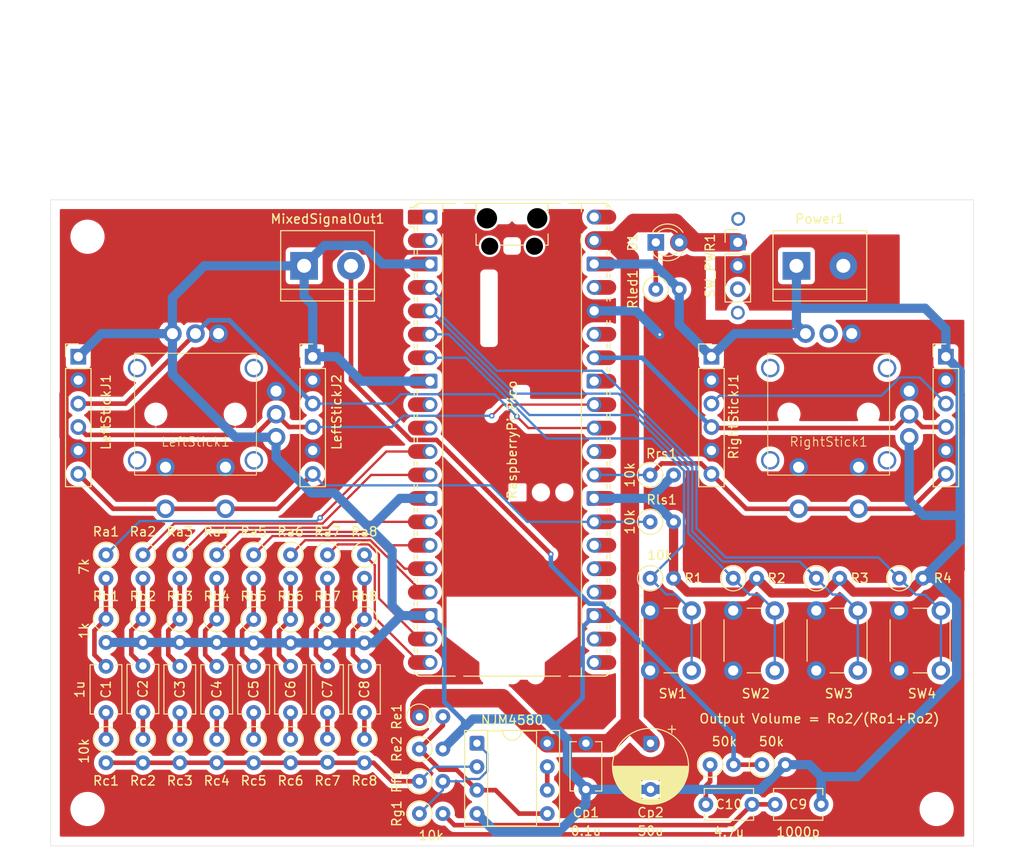
<source format=kicad_pcb>
(kicad_pcb (version 20241229) (generator "pcbnew") (generator_version "9.0")
  (layers (0 "F.Cu" signal) (2 "B.Cu" signal) (13 "F.Paste" user) (15 "B.Paste" user) (5 "F.SilkS" user "F.Silkscreen") (7 "B.SilkS" user "B.Silkscreen") (1 "F.Mask" user) (3 "B.Mask" user) (25 "Edge.Cuts" user))
  (net 0 "")
  (net 1 "LeftStickSW")
  (net 2 "3V3")
  (net 3 "LeftStickY")
  (net 4 "GND")
  (net 5 "LeftStickX")
  (net 7 "RightStickY")
  (net 8 "RightStickSW")
  (net 9 "Mixed Signal")
  (net 10 "+5V")
  (net 11 "Net-(D1-K)")
  (net 12 "Net-(C3-Pad2)")
  (net 13 "Net-(U1A--)")
  (net 14 "Net-(C4-Pad2)")
  (net 15 "Net-(C5-Pad2)")
  (net 16 "Net-(C6-Pad2)")
  (net 17 "Net-(C7-Pad2)")
  (net 18 "Net-(C8-Pad2)")
  (net 19 "Power5V")
  (net 20 "Net-(U1A-+)")
  (net 21 "Net-(Rf1-Pad2)")
  (net 22 "Net-(C2-Pad1)")
  (net 23 "Net-(C10-Pad1)")
  (net 24 "Net-(C10-Pad2)")
  (net 25 "SW1")
  (net 26 "SW2")
  (net 27 "SW3")
  (net 28 "Net-(C1-Pad1)")
  (net 29 "Signal1")
  (net 30 "Signal2")
  (net 31 "Signal3")
  (net 32 "Net-(C3-Pad1)")
  (net 33 "Signal4")
  (net 34 "Net-(C4-Pad1)")
  (net 35 "Net-(C5-Pad1)")
  (net 36 "Signal5")
  (net 37 "Net-(C6-Pad1)")
  (net 38 "Signal6")
  (net 39 "Signal7")
  (net 40 "Net-(C7-Pad1)")
  (net 41 "Signal8")
  (net 42 "Net-(C8-Pad1)")
  (net 43 "Net-(C1-Pad2)")
  (net 44 "Net-(C2-Pad2)")
  (net 45 "Net-(U1B--)")
  (net 46 "Net-(RightStickJ1-Pin_3)")
  (net 76 "SW4")
  (footprint "Resistor_THT:R_Axial_DIN0207_L6.3mm_D2.5mm_P2.54mm_Vertical" (layer "F.Cu") (at 72 108.45 -90)
    (property "Reference" "Rc5")
    (property "Value" "10k")
  )
  (footprint "MountingHole:MountingHole_3.2mm_M3" (layer "F.Cu") (at 146 54)
    (property "Reference" "REF**" (hide yes))
    (property "Value" "MountingHole_3.2mm_M3")
  )
  (footprint "MountingHole:MountingHole_3.2mm_M3" (layer "F.Cu") (at 54 54)
    (property "Reference" "REF**" (hide yes))
    (property "Value" "MountingHole_3.2mm_M3")
  )
  (footprint "Capacitor_THT:C_Disc_D5.1mm_W3.2mm_P5.00mm" (layer "F.Cu") (at 60 100.5 -90)
    (property "Reference" "C2")
    (property "Value" "1u" (hide yes))
  )
  (footprint "MountingHole:MountingHole_3.2mm_M3" (layer "F.Cu") (at 54 116)
    (property "Reference" "REF**" (hide yes))
    (property "Value" "MountingHole_3.2mm_M3")
  )
  (footprint "Resistor_THT:R_Axial_DIN0207_L6.3mm_D2.5mm_P2.54mm_Vertical" (layer "F.Cu") (at 76 88.46 -90)
    (property "Reference" "Ra6")
    (property "Value" "7k" (hide yes))
  )
  (footprint "MountingHole:MountingHole_3.2mm_M3" (layer "F.Cu") (at 146 116)
    (property "Reference" "REF**" (hide yes))
    (property "Value" "MountingHole_3.2mm_M3")
  )
  (footprint "Module:RaspberryPi_Pico_Common_Unspecified" (layer "F.Cu") (at 100 76)
    (property "Reference" "A1" (hide yes))
    (property "Value" "RaspberryPi_Pico")
  )
  (footprint "Button_Switch_THT:SW_PUSH_6mm_H7.3mm" (layer "F.Cu") (at 123.96 101 90)
    (property "Reference" "SW2")
    (property "Value" "SW_Push")
  )
  (footprint "TerminalBlock:TerminalBlock_bornier-2_P5.08mm" (layer "F.Cu") (at 130.81 57.15)
    (property "Reference" "Power1")
    (property "Value" "Conn_01x02_Pin")
  )
  (footprint "Capacitor_THT:C_Disc_D5.1mm_W3.2mm_P5.00mm" (layer "F.Cu") (at 68 100.545 -90)
    (property "Reference" "C4")
    (property "Value" "1u" (hide yes))
  )
  (footprint "Resistor_THT:R_Axial_DIN0207_L6.3mm_D2.5mm_P2.54mm_Vertical" (layer "F.Cu") (at 72 95.46 -90)
    (property "Reference" "Rb5")
    (property "Value" "1k")
  )
  (footprint "Resistor_THT:R_Axial_DIN0207_L6.3mm_D2.5mm_P2.54mm_Vertical" (layer "F.Cu") (at 114.96 91)
    (property "Reference" "R1")
    (property "Value" "10k")
  )
  (footprint "Resistor_THT:R_Axial_DIN0207_L6.3mm_D2.5mm_P2.54mm_Vertical" (layer "F.Cu") (at 68 88.46 -90)
    (property "Reference" "Ra4")
    (property "Value" "7k" (hide yes))
  )
  (footprint "Resistor_THT:R_Axial_DIN0207_L6.3mm_D2.5mm_P2.54mm_Vertical" (layer "F.Cu") (at 80 95.46 -90)
    (property "Reference" "Rb7")
    (property "Value" "1k" (hide yes))
  )
  (footprint "Resistor_THT:R_Axial_DIN0207_L6.3mm_D2.5mm_P2.54mm_Vertical" (layer "F.Cu") (at 114.96 79.81)
    (property "Reference" "Rrs1")
    (property "Value" "10k")
  )
  (footprint "Resistor_THT:R_Axial_DIN0207_L6.3mm_D2.5mm_P2.54mm_Vertical" (layer "F.Cu") (at 114.96 84.89)
    (property "Reference" "Rls1")
    (property "Value" "10k")
  )
  (footprint "Button_Switch_THT:SW_PUSH_6mm_H7.3mm" (layer "F.Cu") (at 114.96 101 90)
    (property "Reference" "SW1")
    (property "Value" "SW_Push")
  )
  (footprint "Resistor_THT:R_Axial_DIN0207_L6.3mm_D2.5mm_P2.54mm_Vertical" (layer "F.Cu") (at 132.96 91)
    (property "Reference" "R3")
    (property "Value" "10k")
  )
  (footprint "Capacitor_THT:C_Disc_D5.1mm_W3.2mm_P5.00mm" (layer "F.Cu") (at 125.995 115.5 180)
    (property "Reference" "C10")
    (property "Value" "4.7u")
  )
  (footprint "Resistor_THT:R_Axial_DIN0207_L6.3mm_D2.5mm_P2.54mm_Vertical" (layer "F.Cu") (at 60 95.415 -90)
    (property "Reference" "Rb2")
    (property "Value" "1k" (hide yes))
  )
  (footprint "Resistor_THT:R_Axial_DIN0207_L6.3mm_D2.5mm_P2.54mm_Vertical" (layer "F.Cu") (at 72 88.46 -90)
    (property "Reference" "Ra5")
    (property "Value" "7k" (hide yes))
  )
  (footprint "Capacitor_THT:C_Disc_D5.1mm_W3.2mm_P5.00mm" (layer "F.Cu") (at 84 100.545 -90)
    (property "Reference" "C8")
    (property "Value" "1u" (hide yes))
  )
  (footprint "" (layer "F.Cu") (at 124.46 62.23)
    (property "Reference" "")
    (property "Value" "")
  )
  (footprint "Connector_PinHeader_2.54mm:PinHeader_1x03_P2.54mm_Vertical" (layer "F.Cu") (at 124.46 54.61)
    (property "Reference" "SW_PWR1")
    (property "Value" "SW_SPDT")
  )
  (footprint "Connector_PinHeader_2.54mm:PinHeader_1x06_P2.54mm_Vertical" (layer "F.Cu") (at 121.6 67)
    (property "Reference" "RightStickJ1")
    (property "Value" "Conn_01x06_Pin")
  )
  (footprint "Package_DIP:DIP-8_W7.62mm_Socket" (layer "F.Cu") (at 96.19 108.88)
    (property "Reference" "U1" (hide yes))
    (property "Value" "NJM4580")
  )
  (footprint "Resistor_THT:R_Axial_DIN0207_L6.3mm_D2.5mm_P2.54mm_Vertical" (layer "F.Cu") (at 76 108.45 -90)
    (property "Reference" "Rc6")
    (property "Value" "10k" (hide yes))
  )
  (footprint "Button_Switch_THT:SW_PUSH_6mm_H7.3mm" (layer "F.Cu") (at 141.96 101 90)
    (property "Reference" "SW4")
    (property "Value" "SW_Push")
  )
  (footprint "Connector_PinHeader_2.54mm:PinHeader_1x06_P2.54mm_Vertical" (layer "F.Cu") (at 147 67)
    (property "Reference" "RightStickJ2" (hide yes))
    (property "Value" "Conn_01x06_Pin")
  )
  (footprint "Resistor_THT:R_Axial_DIN0207_L6.3mm_D2.5mm_P2.54mm_Vertical" (layer "F.Cu") (at 68 95.415 -90)
    (property "Reference" "Rb4")
    (property "Value" "1k" (hide yes))
  )
  (footprint "Resistor_THT:R_Axial_DIN0207_L6.3mm_D2.5mm_P2.54mm_Vertical" (layer "F.Cu") (at 89.96 116.5)
    (property "Reference" "Rg1")
    (property "Value" "10k")
  )
  (footprint "Resistor_THT:R_Axial_DIN0207_L6.3mm_D2.5mm_P2.54mm_Vertical" (layer "F.Cu") (at 84 95.46 -90)
    (property "Reference" "Rb8")
    (property "Value" "1k")
  )
  (footprint "Resistor_THT:R_Axial_DIN0207_L6.3mm_D2.5mm_P2.54mm_Vertical" (layer "F.Cu") (at 89.96 109.5)
    (property "Reference" "Re2")
    (property "Value" "10k")
  )
  (footprint "Resistor_THT:R_Axial_DIN0207_L6.3mm_D2.5mm_P2.54mm_Vertical" (layer "F.Cu") (at 60 88.46 -90)
    (property "Reference" "Ra2")
    (property "Value" "7k" (hide yes))
  )
  (footprint "TerminalBlock:TerminalBlock_bornier-2_P5.08mm" (layer "F.Cu") (at 77.47 57.15)
    (property "Reference" "MixedSignalOut1")
    (property "Value" "Conn_01x02_Pin")
  )
  (footprint "Resistor_THT:R_Axial_DIN0207_L6.3mm_D2.5mm_P2.54mm_Vertical" (layer "F.Cu") (at 123.96 91)
    (property "Reference" "R2")
    (property "Value" "10k" (hide yes))
  )
  (footprint "Resistor_THT:R_Axial_DIN0207_L6.3mm_D2.5mm_P2.54mm_Vertical" (layer "F.Cu") (at 64 95.415 -90)
    (property "Reference" "Rb3")
    (property "Value" "1k" (hide yes))
  )
  (footprint "Capacitor_THT:C_Disc_D5.1mm_W3.2mm_P5.00mm" (layer "F.Cu") (at 56 100.545 -90)
    (property "Reference" "C1")
    (property "Value" "1u")
  )
  (footprint "Capacitor_THT:C_Disc_D5.1mm_W3.2mm_P5.00mm" (layer "F.Cu") (at 128.495 115.5)
    (property "Reference" "C9")
    (property "Value" "1000p")
  )
  (footprint "Resistor_THT:R_Axial_DIN0207_L6.3mm_D2.5mm_P2.54mm_Vertical" (layer "F.Cu") (at 60 108.455 -90)
    (property "Reference" "Rc2")
    (property "Value" "10k")
  )
  (footprint "Capacitor_THT:CP_Radial_D8.0mm_P5.00mm" (layer "F.Cu") (at 115 108.88 -90)
    (property "Reference" "Cp2")
    (property "Value" "50u")
  )
  (footprint "Resistor_THT:R_Axial_DIN0207_L6.3mm_D2.5mm_P2.54mm_Vertical" (layer "F.Cu") (at 141.96 91)
    (property "Reference" "R4")
    (property "Value" "10k")
  )
  (footprint "Capacitor_THT:C_Disc_D5.1mm_W3.2mm_P5.00mm" (layer "F.Cu") (at 76 100.545 -90)
    (property "Reference" "C6")
    (property "Value" "1u" (hide yes))
  )
  (footprint "Capacitor_THT:C_Disc_D5.1mm_W3.2mm_P5.00mm" (layer "F.Cu") (at 108 108.88 -90)
    (property "Reference" "Cp1")
    (property "Value" "0.1u")
  )
  (footprint "Resistor_THT:R_Axial_DIN0207_L6.3mm_D2.5mm_P2.54mm_Vertical" (layer "F.Cu") (at 56 95.415 -90)
    (property "Reference" "Rb1")
    (property "Value" "1k")
  )
  (footprint "" (layer "F.Cu") (at 124.5 52.07)
    (property "Reference" "")
    (property "Value" "")
  )
  (footprint "LED_THT:LED_D3.0mm" (layer "F.Cu") (at 115.57 54.61)
    (property "Reference" "D1")
    (property "Value" "LED" (hide yes))
  )
  (footprint "Resistor_THT:R_Axial_DIN0207_L6.3mm_D2.5mm_P2.54mm_Vertical" (layer "F.Cu") (at 76 95.46 -90)
    (property "Reference" "Rb6")
    (property "Value" "1k" (hide yes))
  )
  (footprint "Capacitor_THT:C_Disc_D5.1mm_W3.2mm_P5.00mm" (layer "F.Cu") (at 72 100.545 -90)
    (property "Reference" "C5")
    (property "Value" "1u" (hide yes))
  )
  (footprint "Resistor_THT:R_Axial_DIN0207_L6.3mm_D2.5mm_P2.54mm_Vertical" (layer "F.Cu") (at 84 108.45 -90)
    (property "Reference" "Rc8")
    (property "Value" "10k")
  )
  (footprint "Resistor_THT:R_Axial_DIN0207_L6.3mm_D2.5mm_P2.54mm_Vertical" (layer "F.Cu") (at 80 108.405 -90)
    (property "Reference" "Rc7")
    (property "Value" "10k")
  )
  (footprint "Resistor_THT:R_Axial_DIN0207_L6.3mm_D2.5mm_P2.54mm_Vertical" (layer "F.Cu") (at 84 88.46 -90)
    (property "Reference" "Ra8")
    (property "Value" "7k" (hide yes))
  )
  (footprint "Resistor_THT:R_Axial_DIN0207_L6.3mm_D2.5mm_P2.54mm_Vertical" (layer "F.Cu") (at 121.46 111.2)
    (property "Reference" "Rh1" (hide yes))
    (property "Value" "50k")
  )
  (footprint "Button_Switch_THT:SW_PUSH_6mm_H7.3mm" (layer "F.Cu") (at 132.96 101 90)
    (property "Reference" "SW3")
    (property "Value" "SW_Push")
  )
  (footprint "Connector_PinHeader_2.54mm:PinHeader_1x06_P2.54mm_Vertical" (layer "F.Cu") (at 78.4 67)
    (property "Reference" "LeftStickJ2")
    (property "Value" "Conn_01x06_Pin")
  )
  (footprint "myjoystick:RKJXV122400R" (layer "F.Cu") (at 65.7 73.225)
    (property "Reference" "LeftStick1")
    (property "Value" "RKJXV122400R" (hide yes))
  )
  (footprint "Resistor_THT:R_Axial_DIN0207_L6.3mm_D2.5mm_P2.54mm_Vertical" (layer "F.Cu") (at 80 88.46 -90)
    (property "Reference" "Ra7")
    (property "Value" "7k" (hide yes))
  )
  (footprint "Resistor_THT:R_Axial_DIN0207_L6.3mm_D2.5mm_P2.54mm_Vertical" (layer "F.Cu") (at 64 88.46 -90)
    (property "Reference" "Ra3")
    (property "Value" "7k" (hide yes))
  )
  (footprint "Resistor_THT:R_Axial_DIN0207_L6.3mm_D2.5mm_P2.54mm_Vertical" (layer "F.Cu") (at 56 88.46 -90)
    (property "Reference" "Ra1")
    (property "Value" "7k")
  )
  (footprint "Resistor_THT:R_Axial_DIN0207_L6.3mm_D2.5mm_P2.54mm_Vertical" (layer "F.Cu") (at 89.96 106)
    (property "Reference" "Re1")
    (property "Value" "10k")
  )
  (footprint "Capacitor_THT:C_Disc_D5.1mm_W3.2mm_P5.00mm" (layer "F.Cu") (at 80 100.545 -90)
    (property "Reference" "C7")
    (property "Value" "1u" (hide yes))
  )
  (footprint "Resistor_THT:R_Axial_DIN0207_L6.3mm_D2.5mm_P2.54mm_Vertical" (layer "F.Cu") (at 127.06 111.2)
    (property "Reference" "Rh2" (hide yes))
    (property "Value" "50k")
  )
  (footprint "Resistor_THT:R_Axial_DIN0207_L6.3mm_D2.5mm_P2.54mm_Vertical" (layer "F.Cu") (at 89.96 113)
    (property "Reference" "Rf1")
    (property "Value" "10k")
  )
  (footprint "Connector_PinHeader_2.54mm:PinHeader_1x06_P2.54mm_Vertical" (layer "F.Cu") (at 53 67)
    (property "Reference" "LeftStickJ1")
    (property "Value" "Conn_01x06_Pin")
  )
  (footprint "Resistor_THT:R_Axial_DIN0207_L6.3mm_D2.5mm_P2.54mm_Vertical" (layer "F.Cu") (at 115.57 59.69)
    (property "Reference" "Rled1")
    (property "Value" "1k")
  )
  (footprint "Resistor_THT:R_Axial_DIN0207_L6.3mm_D2.5mm_P2.54mm_Vertical" (layer "F.Cu") (at 56 108.45 -90)
    (property "Reference" "Rc1")
    (property "Value" "10k")
  )
  (footprint "myjoystick:RKJXV122400R" (layer "F.Cu") (at 134.3 73.225)
    (property "Reference" "RightStick1")
    (property "Value" "RKJXV122400R" (hide yes))
  )
  (footprint "Resistor_THT:R_Axial_DIN0207_L6.3mm_D2.5mm_P2.54mm_Vertical" (layer "F.Cu") (at 68 108.45 -90)
    (property "Reference" "Rc4")
    (property "Value" "10k")
  )
  (footprint "Capacitor_THT:C_Disc_D5.1mm_W3.2mm_P5.00mm" (layer "F.Cu") (at 64 100.545 -90)
    (property "Reference" "C3")
    (property "Value" "1u" (hide yes))
  )
  (footprint "Resistor_THT:R_Axial_DIN0207_L6.3mm_D2.5mm_P2.54mm_Vertical" (layer "F.Cu") (at 64 108.45 -90)
    (property "Reference" "Rc3")
    (property "Value" "10k" (hide yes))
  )
  (gr_rect (start 50 50) (end 150 120) (stroke (width 0.05)) (fill no) (layer "Edge.Cuts"))
  (gr_text "Output Volume = Ro2/(Ro1+Ro2)" (at 120.2 106.8 0) (layer "F.SilkS") (effects (font (size 1 1)) (justify left bottom)))
  (segment (start 68.95 83.475) (end 74.625 83.475) (width 0.5) (layer "F.Cu") (net 1))
  (segment (start 74.625 83.475) (end 78.4 79.7) (width 0.5) (layer "F.Cu") (net 1))
  (segment (start 56.775 83.475) (end 62.45 83.475) (width 0.5) (layer "F.Cu") (net 1))
  (segment (start 53 79.7) (end 56.775 83.475) (width 0.5) (layer "F.Cu") (net 1))
  (segment (start 62.45 83.475) (end 68.95 83.475) (width 0.5) (layer "F.Cu") (net 1))
  (segment (start 79.636 80.936) (end 78.4 79.7) (width 0.25) (layer "B.Cu") (net 1))
  (segment (start 97.686 80.936) (end 79.636 80.936) (width 0.25) (layer "B.Cu") (net 1))
  (segment (start 108.89 84.89) (end 114.96 84.89) (width 0.25) (layer "B.Cu") (net 1))
  (segment (start 101.64 84.89) (end 97.686 80.936) (width 0.25) (layer "B.Cu") (net 1))
  (segment (start 108.89 84.89) (end 101.64 84.89) (width 0.25) (layer "B.Cu") (net 1))
  (segment (start 79.87 57.070868) (end 81.741869 55.199) (width 0.5) (layer "F.Cu") (net 2))
  (segment (start 132.96 94.5) (end 132.96 101) (width 1) (layer "F.Cu") (net 2))
  (segment (start 77.215 70.725) (end 78.4 69.54) (width 1) (layer "F.Cu") (net 2))
  (segment (start 79.951 75.609) (end 78.4 77.16) (width 1) (layer "F.Cu") (net 2))
  (segment (start 147 77.16) (end 144.234 79.926) (width 1) (layer "F.Cu") (net 2))
  (segment (start 53 69.54) (end 51.449 71.091) (width 1) (layer "F.Cu") (net 2))
  (segment (start 68.2 64.495) (end 66.499 62.794) (width 1) (layer "F.Cu") (net 2))
  (segment (start 116 105) (end 114.96 103.96) (width 1) (layer "F.Cu") (net 2))
  (segment (start 95.494 55.694) (end 96.4 56.6) (width 0.5) (layer "F.Cu") (net 2))
  (segment (start 83.358131 55.199) (end 83.853131 55.694) (width 0.5) (layer "F.Cu") (net 2))
  (segment (start 78.4 69.54) (end 79.951 71.091) (width 1) (layer "F.Cu") (net 2))
  (segment (start 53.562 69.54) (end 53 69.54) (width 1) (layer "F.Cu") (net 2))
  (segment (start 141.96 101) (end 141.96 104.04) (width 1) (layer "F.Cu") (net 2))
  (segment (start 114.96 94.5) (end 114.96 101) (width 1) (layer "F.Cu") (net 2))
  (segment (start 140.752919 64.495) (end 136.8 64.495) (width 1) (layer "F.Cu") (net 2))
  (segment (start 147 69.54) (end 148.551 71.091) (width 1) (layer "F.Cu") (net 2))
  (segment (start 123.96 94.5) (end 123.96 101) (width 1) (layer "F.Cu") (net 2))
  (segment (start 53 77.16) (end 55.766 79.926) (width 1) (layer "F.Cu") (net 2))
  (segment (start 141.96 94.5) (end 144.054422 94.5) (width 1) (layer "F.Cu") (net 2))
  (segment (start 138.501 79.926) (end 137.55 78.975) (width 1) (layer "F.Cu") (net 2))
  (segment (start 133 105) (end 124 105) (width 1) (layer "F.Cu") (net 2))
  (segment (start 144.234 79.926) (end 138.501 79.926) (width 1) (layer "F.Cu") (net 2))
  (segment (start 141.96 94.5) (end 141.96 101) (width 1) (layer "F.Cu") (net 2))
  (segment (start 51.449 71.091) (end 51.449 75.609) (width 1) (layer "F.Cu") (net 2))
  (segment (start 148.551 75.609) (end 147 77.16) (width 1) (layer "F.Cu") (net 2))
  (segment (start 61.499 79.926) (end 62.45 78.975) (width 1) (layer "F.Cu") (net 2))
  (segment (start 60.308 62.794) (end 53.562 69.54) (width 1) (layer "F.Cu") (net 2))
  (segment (start 124.366 79.926) (end 130.099 79.926) (width 1) (layer "F.Cu") (net 2))
  (segment (start 121.6 69.54) (end 120.049 71.091) (width 1) (layer "F.Cu") (net 2))
  (segment (start 74.43 70.725) (end 77.215 70.725) (width 1) (layer "F.Cu") (net 2))
  (segment (start 68.95 78.975) (end 69.95 79.975) (width 1) (layer "F.Cu") (net 2))
  (segment (start 147 69.54) (end 145.797919 69.54) (width 1) (layer "F.Cu") (net 2))
  (segment (start 81.741869 55.199) (end 83.358131 55.199) (width 0.5) (layer "F.Cu") (net 2))
  (segment (start 123.96 104.96) (end 124 105) (width 1) (layer "F.Cu") (net 2))
  (segment (start 79.87 68.07) (end 79.87 57.070868) (width 0.5) (layer "F.Cu") (net 2))
  (segment (start 55.766 79.926) (end 61.499 79.926) (width 1) (layer "F.Cu") (net 2))
  (segment (start 148.551 90.003422) (end 148.551 73.2) (width 1) (layer "F.Cu") (net 2))
  (segment (start 120.049 71.091) (end 120.049 75.609) (width 1) (layer "F.Cu") (net 2))
  (segment (start 116 64.6) (end 120.94 69.54) (width 1) (layer "F.Cu") (net 2))
  (segment (start 114.96 103.96) (end 114.96 101) (width 1) (layer "F.Cu") (net 2))
  (segment (start 143.03 70.725) (end 144.215 69.54) (width 1) (layer "F.Cu") (net 2))
  (segment (start 51.449 75.609) (end 53 77.16) (width 1) (layer "F.Cu") (net 2))
  (segment (start 132.96 101) (end 132.96 104.96) (width 1) (layer "F.Cu") (net 2))
  (segment (start 132.96 104.96) (end 133 105) (width 1) (layer "F.Cu") (net 2))
  (segment (start 148.551 73.2) (end 148.551 75.609) (width 1) (layer "F.Cu") (net 2))
  (segment (start 75.585 79.975) (end 78.4 77.16) (width 1) (layer "F.Cu") (net 2))
  (segment (start 123.96 101) (end 123.96 104.96) (width 1) (layer "F.Cu") (net 2))
  (segment (start 148.551 71.091) (end 148.551 73.2) (width 1) (layer "F.Cu") (net 2))
  (segment (start 66.499 62.794) (end 60.308 62.794) (width 1) (layer "F.Cu") (net 2))
  (segment (start 144.054422 94.5) (end 148.551 90.003422) (width 1) (layer "F.Cu") (net 2))
  (segment (start 124 105) (end 116 105) (width 1) (layer "F.Cu") (net 2))
  (segment (start 96.4 56.6) (end 101.57 56.6) (width 0.5) (layer "F.Cu") (net 2))
  (segment (start 131.05 78.975) (end 137.55 78.975) (width 1) (layer "F.Cu") (net 2))
  (segment (start 130.099 79.926) (end 131.05 78.975) (width 1) (layer "F.Cu") (net 2))
  (segment (start 144.215 69.54) (end 145.797919 69.54) (width 1) (layer "F.Cu") (net 2))
  (segment (start 145.797919 69.54) (end 140.752919 64.495) (width 1) (layer "F.Cu") (net 2))
  (segment (start 141.96 104.04) (end 141 105) (width 1) (layer "F.Cu") (net 2))
  (segment (start 107 62.03) (end 108.89 62.03) (width 0.5) (layer "F.Cu") (net 2))
  (segment (start 62.45 78.975) (end 68.95 78.975) (width 1) (layer "F.Cu") (net 2))
  (segment (start 120.94 69.54) (end 121.6 69.54) (width 1) (layer "F.Cu") (net 2))
  (segment (start 121.6 77.16) (end 124.366 79.926) (width 1) (layer "F.Cu") (net 2))
  (segment (start 78.4 69.54) (end 79.87 68.07) (width 0.5) (layer "F.Cu") (net 2))
  (segment (start 141 105) (end 133 105) (width 1) (layer "F.Cu") (net 2))
  (segment (start 101.57 56.6) (end 107 62.03) (width 0.5) (layer "F.Cu") (net 2))
  (segment (start 83.853131 55.694) (end 95.494 55.694) (width 0.5) (layer "F.Cu") (net 2))
  (segment (start 79.951 71.091) (end 79.951 75.609) (width 1) (layer "F.Cu") (net 2))
  (segment (start 69.95 79.975) (end 75.585 79.975) (width 1) (layer "F.Cu") (net 2))
  (segment (start 120.049 75.609) (end 121.6 77.16) (width 1) (layer "F.Cu") (net 2))
  (via (at 116 64.6) (size 0.6) (drill 0.3) (layers "F.Cu" "B.Cu") (net 2))
  (segment (start 112.887919 62.03) (end 113.43 62.03) (width 1) (layer "B.Cu") (net 2))
  (segment (start 112.887919 62.03) (end 108.89 62.03) (width 1) (layer "B.Cu") (net 2))
  (segment (start 113.43 62.03) (end 116 64.6) (width 1) (layer "B.Cu") (net 2))
  (segment (start 72.185 75.47) (end 74.43 73.225) (width 0.5) (layer "F.Cu") (net 3))
  (segment (start 99.01 72.19) (end 108.89 72.19) (width 0.25) (layer "F.Cu") (net 3))
  (segment (start 53 74.62) (end 53.85 75.47) (width 0.5) (layer "F.Cu") (net 3))
  (segment (start 97.8 73.4) (end 99.01 72.19) (width 0.25) (layer "F.Cu") (net 3))
  (segment (start 75.825 74.62) (end 74.43 73.225) (width 0.5) (layer "F.Cu") (net 3))
  (segment (start 53.85 75.47) (end 72.185 75.47) (width 0.5) (layer "F.Cu") (net 3))
  (segment (start 78.4 74.62) (end 75.825 74.62) (width 0.5) (layer "F.Cu") (net 3))
  (via (at 97.8 73.4) (size 0.6) (drill 0.3) (layers "F.Cu" "B.Cu") (net 3))
  (segment (start 86.98 74.62) (end 88.2 73.4) (width 0.25) (layer "B.Cu") (net 3))
  (segment (start 88.2 73.4) (end 97.8 73.4) (width 0.25) (layer "B.Cu") (net 3))
  (segment (start 78.4 74.62) (end 86.98 74.62) (width 0.25) (layer "B.Cu") (net 3))
  (segment (start 135.5 91) (end 137.001 92.501) (width 1) (layer "F.Cu") (net 4))
  (segment (start 117.5 84.89) (end 117.5 91) (width 1) (layer "F.Cu") (net 4))
  (segment (start 124.999 92.501) (end 126.5 91) (width 1) (layer "F.Cu") (net 4))
  (segment (start 133.9 92.6) (end 135.5 91) (width 1) (layer "F.Cu") (net 4))
  (segment (start 119.001 92.501) (end 124.999 92.501) (width 1) (layer "F.Cu") (net 4))
  (segment (start 126.5 91) (end 128.1 92.6) (width 1) (layer "F.Cu") (net 4))
  (segment (start 137.001 92.501) (end 142.999 92.501) (width 1) (layer "F.Cu") (net 4))
  (segment (start 128.1 92.6) (end 133.9 92.6) (width 1) (layer "F.Cu") (net 4))
  (segment (start 142.999 92.501) (end 144.5 91) (width 1) (layer "F.Cu") (net 4))
  (segment (start 117.5 91) (end 119.001 92.501) (width 1) (layer "F.Cu") (net 4))
  (segment (start 94.7 106.430818) (end 94.7 107.3) (width 0.5) (layer "B.Cu") (net 4))
  (segment (start 78.4 67) (end 81 67) (width 1) (layer "B.Cu") (net 4))
  (segment (start 63.2 60.6) (end 63.2 64.495) (width 1) (layer "B.Cu") (net 4))
  (segment (start 115.37 56.95) (end 108.89 56.95) (width 1) (layer "B.Cu") (net 4))
  (segment (start 91.11 95.05) (end 87.95 95.05) (width 1) (layer "B.Cu") (net 4))
  (segment (start 64 97.955) (end 68 97.955) (width 1) (layer "B.Cu") (net 4))
  (segment (start 114.96 82.35) (end 108.89 82.35) (width 1) (layer "B.Cu") (net 4))
  (segment (start 148.551 68.551) (end 148.551 84.2) (width 1) (layer "B.Cu") (net 4))
  (segment (start 147 64) (end 147 67) (width 1) (layer "B.Cu") (net 4))
  (segment (start 144.6 84.2) (end 148.551 84.2) (width 1) (layer "B.Cu") (net 4))
  (segment (start 78.268554 81.762) (end 74.43 77.923446) (width 1) (layer "B.Cu") (net 4))
  (segment (start 77.47 57.15) (end 66.65 57.15) (width 1) (layer "B.Cu") (net 4))
  (segment (start 77.47 57.15) (end 79.671 54.949) (width 1) (layer "B.Cu") (net 4))
  (segment (start 84.8 85.4) (end 84.8 85.8) (width 1) (layer "B.Cu") (net 4))
  (segment (start 72 98) (end 76 98) (width 1) (layer "B.Cu") (net 4))
  (segment (start 133.495 112.495) (end 133.495 115.5) (width 1) (layer "B.Cu") (net 4))
  (segment (start 95.75 106.25) (end 94.7 107.3) (width 1) (layer "B.Cu") (net 4))
  (segment (start 129.6 111.2) (end 132.2 111.2) (width 1) (layer "B.Cu") (net 4))
  (segment (start 130.81 61.75) (end 130.81 63.505) (width 1) (layer "B.Cu") (net 4))
  (segment (start 148.161 101.704578) (end 137.370578 112.495) (width 1) (layer "B.Cu") (net 4))
  (segment (start 81 67) (end 83.65 69.65) (width 1) (layer "B.Cu") (net 4))
  (segment (start 92.649 104.379818) (end 94.7 106.430818) (width 0.5) (layer "B.Cu") (net 4))
  (segment (start 94.7 107.3) (end 92.5 109.5) (width 1) (layer "B.Cu") (net 4))
  (segment (start 84 98) (end 85 98) (width 1) (layer "B.Cu") (net 4))
  (segment (start 107.639 103.961) (end 104.55 107.05) (width 0.5) (layer "B.Cu") (net 4))
  (segment (start 53 67) (end 55.505 64.495) (width 1) (layer "B.Cu") (net 4))
  (segment (start 130.81 63.505) (end 131.8 64.495) (width 1) (layer "B.Cu") (net 4))
  (segment (start 107.639 96.301) (end 107.639 103.961) (width 0.5) (layer "B.Cu") (net 4))
  (segment (start 145.63137 91) (end 148.161 93.52963) (width 1) (layer "B.Cu") (net 4))
  (segment (start 87 88) (end 84.8 85.8) (width 1) (layer "B.Cu") (net 4))
  (segment (start 132.2 111.2) (end 133.495 112.495) (width 1) (layer "B.Cu") (net 4))
  (segment (start 108 113.75) (end 106 111.75) (width 1) (layer "B.Cu") (net 4))
  (segment (start 144.75 61.75) (end 147 64) (width 1) (layer "B.Cu") (net 4))
  (segment (start 74.43 77.923446) (end 74.43 75.725) (width 1) (layer "B.Cu") (net 4))
  (segment (start 148.551 84.2) (end 148.551 86.949) (width 1) (layer "B.Cu") (net 4))
  (segment (start 60 97.955) (end 64 97.955) (width 1) (layer "B.Cu") (net 4))
  (segment (start 104.55 107.05) (end 103.75 106.25) (width 1) (layer "B.Cu") (net 4))
  (segment (start 78.4 61.4) (end 78.4 67) (width 1) (layer "B.Cu") (net 4))
  (segment (start 83.949 54.949) (end 85.95 56.95) (width 1) (layer "B.Cu") (net 4))
  (segment (start 105.375 107.875) (end 104.55 107.05) (width 1) (layer "B.Cu") (net 4))
  (segment (start 103.75 106.25) (end 95.75 106.25) (width 1) (layer "B.Cu") (net 4))
  (segment (start 143.03 75.725) (end 143.03 82.63) (width 1) (layer "B.Cu") (net 4))
  (segment (start 91.11 95.05) (end 92.649 96.589) (width 0.5) (layer "B.Cu") (net 4))
  (segment (start 80.762 81.762) (end 78.268554 81.762) (width 1) (layer "B.Cu") (net 4))
  (segment (start 70.023712 75.725) (end 74.43 75.725) (width 1) (layer "B.Cu") (net 4))
  (segment (start 121.6 67) (end 124.105 64.495) (width 1) (layer "B.Cu") (net 4))
  (segment (start 87.95 95.05) (end 85 98) (width 1) (layer "B.Cu") (net 4))
  (segment (start 77.47 57.15) (end 77.47 60.47) (width 1) (layer "B.Cu") (net 4))
  (segment (start 68 97.955) (end 71.955 97.955) (width 1) (layer "B.Cu") (net 4))
  (segment (start 118.11 59.69) (end 115.37 56.95) (width 1) (layer "B.Cu") (net 4))
  (segment (start 137.370578 112.495) (end 133.495 112.495) (width 1) (layer "B.Cu") (net 4))
  (segment (start 87.95 95.05) (end 87.95 94.95) (width 1) (layer "B.Cu") (net 4))
  (segment (start 108 113.88) (end 115 113.88) (width 1) (layer "B.Cu") (net 4))
  (segment (start 84.8 85.8) (end 80.762 81.762) (width 1) (layer "B.Cu") (net 4))
  (segment (start 115 113.88) (end 126.92 113.88) (width 1) (layer "B.Cu") (net 4))
  (segment (start 108 115.5) (end 108 113.88) (width 1) (layer "B.Cu") (net 4))
  (segment (start 56 97.955) (end 60 97.955) (width 1) (layer "B.Cu") (net 4))
  (segment (start 147 67) (end 148.551 68.551) (width 1) (layer "B.Cu") (net 4))
  (segment (start 105 118.5) (end 108 115.5) (width 1) (layer "B.Cu") (net 4))
  (segment (start 87.95 94.95) (end 87 94) (width 1) (layer "B.Cu") (net 4))
  (segment (start 98.19 118.5) (end 105 118.5) (width 1) (layer "B.Cu") (net 4))
  (segment (start 85.95 56.95) (end 91.11 56.95) (width 1) (layer "B.Cu") (net 4))
  (segment (start 118.11 63.51) (end 121.6 67) (width 1) (layer "B.Cu") (net 4))
  (segment (start 117.5 84.89) (end 114.96 82.35) (width 1) (layer "B.Cu") (net 4))
  (segment (start 63.2 64.495) (end 63.2 68.901288) (width 1) (layer "B.Cu") (net 4))
  (segment (start 143.03 82.63) (end 144.6 84.2) (width 1) (layer "B.Cu") (net 4))
  (segment (start 92.649 96.589) (end 92.649 104.379818) (width 0.5) (layer "B.Cu") (net 4))
  (segment (start 87 94) (end 87 88) (width 1) (layer "B.Cu") (net 4))
  (segment (start 63.2 68.901288) (end 70.023712 75.725) (width 1) (layer "B.Cu") (net 4))
  (segment (start 126.92 113.88) (end 129.6 111.2) (width 1) (layer "B.Cu") (net 4))
  (segment (start 96.19 116.5) (end 98.19 118.5) (width 1) (layer "B.Cu") (net 4))
  (segment (start 118.11 59.69) (end 118.11 63.51) (width 1) (layer "B.Cu") (net 4))
  (segment (start 148.161 93.52963) (end 148.161 101.704578) (width 1) (layer "B.Cu") (net 4))
  (segment (start 55.505 64.495) (end 63.2 64.495) (width 1) (layer "B.Cu") (net 4))
  (segment (start 108.89 95.05) (end 107.639 96.301) (width 0.5) (layer "B.Cu") (net 4))
  (segment (start 148.551 86.949) (end 144.5 91) (width 1) (layer "B.Cu") (net 4))
  (segment (start 83.65 69.65) (end 91.11 69.65) (width 1) (layer "B.Cu") (net 4))
  (segment (start 66.65 57.15) (end 63.2 60.6) (width 1) (layer "B.Cu") (net 4))
  (segment (start 71.955 97.955) (end 72 98) (width 1) (layer "B.Cu") (net 4))
  (segment (start 76 98) (end 80 98) (width 1) (layer "B.Cu") (net 4))
  (segment (start 80 98) (end 84 98) (width 1) (layer "B.Cu") (net 4))
  (segment (start 124.105 64.495) (end 131.8 64.495) (width 1) (layer "B.Cu") (net 4))
  (segment (start 114.96 82.35) (end 117.5 79.81) (width 1) (layer "B.Cu") (net 4))
  (segment (start 108 113.88) (end 108 113.75) (width 1) (layer "B.Cu") (net 4))
  (segment (start 106 108.5) (end 105.375 107.875) (width 1) (layer "B.Cu") (net 4))
  (segment (start 130.81 57.15) (end 130.81 61.75) (width 1) (layer "B.Cu") (net 4))
  (segment (start 91.11 82.35) (end 87.85 82.35) (width 1) (layer "B.Cu") (net 4))
  (segment (start 79.671 54.949) (end 83.949 54.949) (width 1) (layer "B.Cu") (net 4))
  (segment (start 130.81 61.75) (end 144.75 61.75) (width 1) (layer "B.Cu") (net 4))
  (segment (start 144.5 91) (end 145.63137 91) (width 1) (layer "B.Cu") (net 4))
  (segment (start 87.85 82.35) (end 84.8 85.4) (width 1) (layer "B.Cu") (net 4))
  (segment (start 77.47 60.47) (end 78.4 61.4) (width 1) (layer "B.Cu") (net 4))
  (segment (start 106 111.75) (end 106 108.5) (width 1) (layer "B.Cu") (net 4))
  (segment (start 101.770496 74.73) (end 108.89 74.73) (width 0.25) (layer "F.Cu") (net 5))
  (segment (start 100.520248 73.479752) (end 101.770496 74.73) (width 0.25) (layer "F.Cu") (net 5))
  (segment (start 53 72.08) (end 58.115 72.08) (width 0.5) (layer "F.Cu") (net 5))
  (segment (start 58.115 72.08) (end 65.7 64.495) (width 0.5) (layer "F.Cu") (net 5))
  (via (at 100.520248 73.479752) (size 0.6) (drill 0.3) (layers "F.Cu" "B.Cu") (net 5))
  (segment (start 67.026 63.169) (end 65.7 64.495) (width 0.25) (layer "B.Cu") (net 5))
  (segment (start 69.364 63.044) (end 78.4 72.08) (width 0.5) (layer "B.Cu") (net 5))
  (segment (start 87.936 71.064) (end 98.104496 71.064) (width 0.25) (layer "B.Cu") (net 5))
  (segment (start 78.4 72.08) (end 86.92 72.08) (width 0.25) (layer "B.Cu") (net 5))
  (segment (start 65.7 64.495) (end 67.151 63.044) (width 0.5) (layer "B.Cu") (net 5))
  (segment (start 86.92 72.08) (end 87.936 71.064) (width 0.25) (layer "B.Cu") (net 5))
  (segment (start 98.104496 71.064) (end 100.520248 73.479752) (width 0.25) (layer "B.Cu") (net 5))
  (segment (start 67.151 63.044) (end 69.364 63.044) (width 0.5) (layer "B.Cu") (net 5))
  (segment (start 121.706 74.726) (end 141.529 74.726) (width 0.5) (layer "F.Cu") (net 7))
  (segment (start 144.425 74.62) (end 143.03 73.225) (width 0.5) (layer "F.Cu") (net 7))
  (segment (start 121.6 74.62) (end 121.706 74.726) (width 0.5) (layer "F.Cu") (net 7))
  (segment (start 141.529 74.726) (end 143.03 73.225) (width 0.5) (layer "F.Cu") (net 7))
  (segment (start 147 74.62) (end 144.425 74.62) (width 0.5) (layer "F.Cu") (net 7))
  (segment (start 108.89 67.11) (end 114.09 67.11) (width 0.5) (layer "B.Cu") (net 7))
  (segment (start 114.09 67.11) (end 121.6 74.62) (width 0.5) (layer "B.Cu") (net 7))
  (segment (start 120.459 78.559) (end 121.6 79.7) (width 0.5) (layer "F.Cu") (net 8))
  (segment (start 131.05 83.475) (end 125.375 83.475) (width 0.5) (layer "F.Cu") (net 8))
  (segment (start 131.05 83.475) (end 137.55 83.475) (width 0.5) (layer "F.Cu") (net 8))
  (segment (start 116.211 78.559) (end 120.459 78.559) (width 0.5) (layer "F.Cu") (net 8))
  (segment (start 114.96 79.81) (end 116.211 78.559) (width 0.5) (layer "F.Cu") (net 8))
  (segment (start 125.375 83.475) (end 121.6 79.7) (width 0.5) (layer "F.Cu") (net 8))
  (segment (start 143.225 83.475) (end 147 79.7) (width 0.5) (layer "F.Cu") (net 8))
  (segment (start 137.55 83.475) (end 143.225 83.475) (width 0.5) (layer "F.Cu") (net 8))
  (segment (start 108.89 79.81) (end 114.96 79.81) (width 0.25) (layer "B.Cu") (net 8))
  (segment (start 89.029818 76.019) (end 91.819 76.019) (width 0.5) (layer "F.Cu") (net 9))
  (segment (start 82.55 69.539182) (end 89.029818 76.019) (width 0.5) (layer "F.Cu") (net 9))
  (segment (start 91.819 76.019) (end 104.2 88.4) (width 0.5) (layer "F.Cu") (net 9))
  (segment (start 82.55 57.15) (end 82.55 69.539182) (width 0.5) (layer "F.Cu") (net 9))
  (segment (start 124 111.2) (end 127.06 111.2) (width 0.5) (layer "F.Cu") (net 9))
  (via (at 104.2 88.4) (size 0.6) (drill 0.3) (layers "F.Cu" "B.Cu") (net 9))
  (segment (start 108.371818 93.761) (end 109.773024 93.761) (width 0.5) (layer "B.Cu") (net 9))
  (segment (start 124 107.987976) (end 124 111.2) (width 0.5) (layer "B.Cu") (net 9))
  (segment (start 104.2 88.4) (end 104.2 89.589182) (width 0.5) (layer "B.Cu") (net 9))
  (segment (start 109.773024 93.761) (end 124 107.987976) (width 0.5) (layer "B.Cu") (net 9))
  (segment (start 104.2 89.589182) (end 108.371818 93.761) (width 0.5) (layer "B.Cu") (net 9))
  (segment (start 125.5 57.15) (end 124.46 57.15) (width 1) (layer "F.Cu") (net 10))
  (segment (start 135.89 57.15) (end 133.24 54.5) (width 1) (layer "F.Cu") (net 10))
  (segment (start 128.15 54.5) (end 125.5 57.15) (width 1) (layer "F.Cu") (net 10))
  (segment (start 133.24 54.5) (end 128.15 54.5) (width 1) (layer "F.Cu") (net 10))
  (segment (start 115.57 54.61) (end 115.57 59.69) (width 0.5) (layer "F.Cu") (net 11))
  (segment (start 64 105.545) (end 64 108.45) (width 0.5) (layer "F.Cu") (net 12))
  (segment (start 60 110.995) (end 63.995 110.995) (width 0.5) (layer "F.Cu") (net 13))
  (segment (start 84 110.99) (end 84.99 110.99) (width 0.5) (layer "F.Cu") (net 13))
  (segment (start 59.995 110.99) (end 60 110.995) (width 0.5) (layer "F.Cu") (net 13))
  (segment (start 80 110.945) (end 83.955 110.945) (width 0.25) (layer "F.Cu") (net 13))
  (segment (start 84.99 110.99) (end 87 113) (width 0.5) (layer "F.Cu") (net 13))
  (segment (start 63.995 110.995) (end 64 110.99) (width 0.5) (layer "F.Cu") (net 13))
  (segment (start 79.955 110.99) (end 80 110.945) (width 0.25) (layer "F.Cu") (net 13))
  (segment (start 72 110.99) (end 76 110.99) (width 0.25) (layer "F.Cu") (net 13))
  (segment (start 56 110.99) (end 59.995 110.99) (width 0.5) (layer "F.Cu") (net 13))
  (segment (start 76 110.99) (end 79.955 110.99) (width 0.25) (layer "F.Cu") (net 13))
  (segment (start 83.955 110.945) (end 84 110.99) (width 0.25) (layer "F.Cu") (net 13))
  (segment (start 64 110.99) (end 84 110.99) (width 0.5) (layer "F.Cu") (net 13))
  (segment (start 64 110.99) (end 68 110.99) (width 0.25) (layer "F.Cu") (net 13))
  (segment (start 68 110.99) (end 72 110.99) (width 0.25) (layer "F.Cu") (net 13))
  (segment (start 87 113) (end 89.96 113) (width 0.5) (layer "F.Cu") (net 13))
  (segment (start 91.54 111.42) (end 96.19 111.42) (width 0.25) (layer "B.Cu") (net 13))
  (segment (start 89.96 113) (end 91.54 111.42) (width 0.25) (layer "B.Cu") (net 13))
  (segment (start 68 105.545) (end 68 108.45) (width 0.5) (layer "F.Cu") (net 14))
  (segment (start 72 105.545) (end 72 108.45) (width 0.5) (layer "F.Cu") (net 15))
  (segment (start 76 105.545) (end 76 108.45) (width 0.5) (layer "F.Cu") (net 16))
  (segment (start 80 105.545) (end 80 108.405) (width 0.5) (layer "F.Cu") (net 17))
  (segment (start 84 105.545) (end 84 108.45) (width 0.5) (layer "F.Cu") (net 18))
  (segment (start 112.759 56.382086) (end 112.759 106.639) (width 2) (layer "F.Cu") (net 19))
  (segment (start 110.786914 54.41) (end 112.759 56.382086) (width 2) (layer "F.Cu") (net 19))
  (segment (start 89.96 106) (end 89.96 104.86863) (width 2) (layer "F.Cu") (net 19))
  (segment (start 124.46 54.61) (end 119.772 54.61) (width 2) (layer "F.Cu") (net 19))
  (segment (start 114 52.75) (end 116.912 52.75) (width 1) (layer "F.Cu") (net 19))
  (segment (start 111.29 54.41) (end 108.89 54.41) (width 2) (layer "F.Cu") (net 19))
  (segment (start 108.89 54.41) (end 110.786914 54.41) (width 2) (layer "F.Cu") (net 19))
  (segment (start 108.89 54.41) (end 110.43336 54.41) (width 1.5) (layer "F.Cu") (net 19))
  (segment (start 110.518 108.88) (end 112.759 106.639) (width 2) (layer "F.Cu") (net 19))
  (segment (start 98.929 103.999) (end 91.671158 103.999) (width 2) (layer "F.Cu") (net 19))
  (segment (start 89.96 105.710158) (end 89.96 106) (width 2) (layer "F.Cu") (net 19))
  (segment (start 113.191 52.509) (end 111.29 54.41) (width 2) (layer "F.Cu") (net 19))
  (segment (start 89.96 104.86863) (end 90.82963 103.999) (width 2) (layer "F.Cu") (net 19))
  (segment (start 112.75 56.72664) (end 112.75 105.5) (width 1.5) (layer "F.Cu") (net 19))
  (segment (start 112.759 106.639) (end 115 108.88) (width 2) (layer "F.Cu") (net 19))
  (segment (start 90.82963 103.999) (end 98.929 103.999) (width 2) (layer "F.Cu") (net 19))
  (segment (start 103.81 108.88) (end 108 108.88) (width 2) (layer "F.Cu") (net 19))
  (segment (start 118.801 53.919) (end 119.081 53.919) (width 2) (layer "F.Cu") (net 19))
  (segment (start 118.11 54.61) (end 118.801 53.919) (width 2) (layer "F.Cu") (net 19))
  (segment (start 119.772 54.61) (end 119.081 53.919) (width 2) (layer "F.Cu") (net 19))
  (segment (start 116.921 52.759) (end 112.941 52.759) (width 1.5) (layer "F.Cu") (net 19))
  (segment (start 117.671 52.509) (end 116.921 52.509) (width 2) (layer "F.Cu") (net 19))
  (segment (start 119.081 53.919) (end 117.671 52.509) (width 2) (layer "F.Cu") (net 19))
  (segment (start 108 108.88) (end 110.518 108.88) (width 2) (layer "F.Cu") (net 19))
  (segment (start 112.941 52.759) (end 111.29 54.41) (width 1.5) (layer "F.Cu") (net 19))
  (segment (start 103.81 108.88) (end 98.929 103.999) (width 2) (layer "F.Cu") (net 19))
  (segment (start 117.671 52.509) (end 113.191 52.509) (width 2) (layer "F.Cu") (net 19))
  (segment (start 92.209 111.749) (end 93.979 111.749) (width 0.5) (layer "F.Cu") (net 20))
  (segment (start 92.5 106.96) (end 92.5 106) (width 0.5) (layer "F.Cu") (net 20))
  (segment (start 92 106) (end 92.5 106) (width 0.5) (layer "F.Cu") (net 20))
  (segment (start 96.19 113.96) (end 98.21 113.96) (width 0.5) (layer "F.Cu") (net 20))
  (segment (start 89.96 109.5) (end 92.209 111.749) (width 0.5) (layer "F.Cu") (net 20))
  (segment (start 89.96 109.5) (end 92.5 106.96) (width 0.5) (layer "F.Cu") (net 20))
  (segment (start 93.979 111.749) (end 96.19 113.96) (width 0.5) (layer "F.Cu") (net 20))
  (segment (start 100.75 116.5) (end 103.81 116.5) (width 0.5) (layer "F.Cu") (net 20))
  (segment (start 98.21 113.96) (end 100.75 116.5) (width 0.5) (layer "F.Cu") (net 20))
  (segment (start 95 112.75) (end 94.75 113) (width 0.25) (layer "B.Cu") (net 21))
  (segment (start 96.19 108.88) (end 97.316 110.006) (width 0.25) (layer "B.Cu") (net 21))
  (segment (start 89.96 116.5) (end 92.5 113.96) (width 0.25) (layer "B.Cu") (net 21))
  (segment (start 92.5 113.96) (end 92.5 113) (width 0.25) (layer "B.Cu") (net 21))
  (segment (start 97.316 110.006) (end 97.316 111.886405) (width 0.25) (layer "B.Cu") (net 21))
  (segment (start 96.452405 112.75) (end 95 112.75) (width 0.25) (layer "B.Cu") (net 21))
  (segment (start 97.316 111.886405) (end 96.452405 112.75) (width 0.25) (layer "B.Cu") (net 21))
  (segment (start 94.75 113) (end 92.5 113) (width 0.25) (layer "B.Cu") (net 21))
  (segment (start 58.749 96.666) (end 58.749 99.249) (width 0.5) (layer "F.Cu") (net 22))
  (segment (start 60 91) (end 60 95.415) (width 0.5) (layer "F.Cu") (net 22))
  (segment (start 58.749 99.249) (end 60 100.5) (width 0.5) (layer "F.Cu") (net 22))
  (segment (start 60 95.415) (end 58.749 96.666) (width 0.5) (layer "F.Cu") (net 22))
  (segment (start 125.995 115.5) (end 128.495 115.5) (width 0.5) (layer "F.Cu") (net 23))
  (segment (start 123.744 117.751) (end 125.995 115.5) (width 0.5) (layer "F.Cu") (net 23))
  (segment (start 93.751 117.751) (end 123.744 117.751) (width 0.5) (layer "F.Cu") (net 23))
  (segment (start 92.5 116.5) (end 93.751 117.751) (width 0.5) (layer "F.Cu") (net 23))
  (segment (start 120.995 113.505) (end 120.995 115.5) (width 0.5) (layer "F.Cu") (net 24))
  (segment (start 121.46 113.04) (end 120.995 113.505) (width 0.5) (layer "F.Cu") (net 24))
  (segment (start 121.46 111.2) (end 121.46 113.04) (width 0.5) (layer "F.Cu") (net 24))
  (segment (start 95.03438 67.11) (end 103.78038 75.856) (width 0.25) (layer "B.Cu") (net 25))
  (segment (start 116.71 92.75) (end 117.71 92.75) (width 0.25) (layer "B.Cu") (net 25))
  (segment (start 114.96 91) (end 116.71 92.75) (width 0.25) (layer "B.Cu") (net 25))
  (segment (start 91.11 67.11) (end 95.03438 67.11) (width 0.25) (layer "B.Cu") (net 25))
  (segment (start 119.46 94.5) (end 119.46 101) (width 0.25) (layer "B.Cu") (net 25))
  (segment (start 103.78038 75.856) (end 115.138405 75.856) (width 0.25) (layer "B.Cu") (net 25))
  (segment (start 117.71 92.75) (end 119.46 94.5) (width 0.25) (layer "B.Cu") (net 25))
  (segment (start 118.626 87.334) (end 114.96 91) (width 0.25) (layer "B.Cu") (net 25))
  (segment (start 118.626 79.343595) (end 118.626 87.334) (width 0.25) (layer "B.Cu") (net 25))
  (segment (start 115.138405 75.856) (end 118.626 79.343595) (width 0.25) (layer "B.Cu") (net 25))
  (segment (start 119.077 86.117) (end 123.96 91) (width 0.25) (layer "B.Cu") (net 26))
  (segment (start 93.13219 64.57) (end 101.87819 73.316) (width 0.25) (layer "B.Cu") (net 26))
  (segment (start 119.077 79.156785) (end 119.077 86.117) (width 0.25) (layer "B.Cu") (net 26))
  (segment (start 113.236215 73.316) (end 119.077 79.156785) (width 0.25) (layer "B.Cu") (net 26))
  (segment (start 126.73 92.77) (end 125.73 92.77) (width 0.25) (layer "B.Cu") (net 26))
  (segment (start 125.73 92.77) (end 123.96 91) (width 0.25) (layer "B.Cu") (net 26))
  (segment (start 101.87819 73.316) (end 113.236215 73.316) (width 0.25) (layer "B.Cu") (net 26))
  (segment (start 91.11 64.57) (end 93.13219 64.57) (width 0.25) (layer "B.Cu") (net 26))
  (segment (start 128.46 94.5) (end 126.73 92.77) (width 0.25) (layer "B.Cu") (net 26))
  (segment (start 128.46 94.5) (end 128.46 101) (width 0.25) (layer "B.Cu") (net 26))
  (segment (start 132.96 91) (end 134.73 92.77) (width 0.25) (layer "B.Cu") (net 27))
  (segment (start 132.96 91) (end 131.161095 89.201095) (width 0.25) (layer "B.Cu") (net 27))
  (segment (start 111.558025 71) (end 100.2 71) (width 0.25) (layer "B.Cu") (net 27))
  (segment (start 122.798905 89.201095) (end 119.528 85.93019) (width 0.25) (layer "B.Cu") (net 27))
  (segment (start 119.528 78.969975) (end 111.558025 71) (width 0.25) (layer "B.Cu") (net 27))
  (segment (start 135.73 92.77) (end 134.73 92.77) (width 0.25) (layer "B.Cu") (net 27))
  (segment (start 137.46 94.5) (end 135.73 92.77) (width 0.25) (layer "B.Cu") (net 27))
  (segment (start 100.2 71) (end 91.23 62.03) (width 0.25) (layer "B.Cu") (net 27))
  (segment (start 119.528 85.93019) (end 119.528 78.969975) (width 0.25) (layer "B.Cu") (net 27))
  (segment (start 91.23 62.03) (end 91.11 62.03) (width 0.25) (layer "B.Cu") (net 27))
  (segment (start 137.46 101) (end 137.46 94.5) (width 0.25) (layer "B.Cu") (net 27))
  (segment (start 131.161095 89.201095) (end 122.798905 89.201095) (width 0.25) (layer "B.Cu") (net 27))
  (segment (start 56 91) (end 56 95.415) (width 0.5) (layer "F.Cu") (net 28))
  (segment (start 54.749 99.294) (end 56 100.545) (width 0.5) (layer "F.Cu") (net 28))
  (segment (start 54.749 96.666) (end 54.749 99.294) (width 0.5) (layer "F.Cu") (net 28))
  (segment (start 56 95.415) (end 54.749 96.666) (width 0.5) (layer "F.Cu") (net 28))
  (segment (start 79.2 84.454) (end 86.384 77.27) (width 0.25) (layer "F.Cu") (net 29))
  (segment (start 86.384 77.27) (end 90.31 77.27) (width 0.25) (layer "F.Cu") (net 29))
  (via (at 79.2 84.454) (size 0.6) (drill 0.3) (layers "F.Cu" "B.Cu") (net 29))
  (segment (start 56 88.46) (end 59.659 84.801) (width 0.25) (layer "B.Cu") (net 29))
  (segment (start 59.659 84.801) (end 78.853 84.801) (width 0.25) (layer "B.Cu") (net 29))
  (segment (start 78.853 84.801) (end 79.2 84.454) (width 0.25) (layer "B.Cu") (net 29))
  (segment (start 79.460298 85.079) (end 63.381 85.079) (width 0.25) (layer "F.Cu") (net 30))
  (segment (start 91.11 79.81) (end 84.729298 79.81) (width 0.25) (layer "F.Cu") (net 30))
  (segment (start 84.729298 79.81) (end 79.460298 85.079) (width 0.25) (layer "F.Cu") (net 30))
  (segment (start 63.381 85.079) (end 60 88.46) (width 0.25) (layer "F.Cu") (net 30))
  (segment (start 66.93 85.53) (end 80 85.53) (width 0.25) (layer "F.Cu") (net 31))
  (segment (start 91.11 84.89) (end 80.64 84.89) (width 0.25) (layer "F.Cu") (net 31))
  (segment (start 80.64 84.89) (end 80 85.53) (width 0.25) (layer "F.Cu") (net 31))
  (segment (start 64 88.46) (end 66.93 85.53) (width 0.25) (layer "F.Cu") (net 31))
  (segment (start 64 91) (end 64 95.415) (width 0.5) (layer "F.Cu") (net 32))
  (segment (start 62.749 96.666) (end 62.749 99.294) (width 0.5) (layer "F.Cu") (net 32))
  (segment (start 64 95.415) (end 62.749 96.666) (width 0.5) (layer "F.Cu") (net 32))
  (segment (start 62.749 99.294) (end 64 100.545) (width 0.5) (layer "F.Cu") (net 32))
  (segment (start 85.026835 85.981) (end 70.479 85.981) (width 0.25) (layer "F.Cu") (net 33))
  (segment (start 91.11 87.43) (end 86.475835 87.43) (width 0.25) (layer "F.Cu") (net 33))
  (segment (start 86.475835 87.43) (end 85.026835 85.981) (width 0.25) (layer "F.Cu") (net 33))
  (segment (start 70.479 85.981) (end 68 88.46) (width 0.25) (layer "F.Cu") (net 33))
  (segment (start 66.749 96.666) (end 66.749 99.294) (width 0.5) (layer "F.Cu") (net 34))
  (segment (start 66.749 99.294) (end 68 100.545) (width 0.5) (layer "F.Cu") (net 34))
  (segment (start 68 91) (end 68 95.415) (width 0.5) (layer "F.Cu") (net 34))
  (segment (start 68 95.415) (end 66.749 96.666) (width 0.5) (layer "F.Cu") (net 34))
  (segment (start 70.749 99.294) (end 72 100.545) (width 0.5) (layer "F.Cu") (net 35))
  (segment (start 70.749 96.711) (end 70.749 99.294) (width 0.5) (layer "F.Cu") (net 35))
  (segment (start 72 91) (end 72 95.46) (width 0.5) (layer "F.Cu") (net 35))
  (segment (start 72 95.46) (end 70.749 96.711) (width 0.5) (layer "F.Cu") (net 35))
  (segment (start 84.840025 86.432) (end 74.028 86.432) (width 0.25) (layer "F.Cu") (net 36))
  (segment (start 88.378025 89.97) (end 84.840025 86.432) (width 0.25) (layer "F.Cu") (net 36))
  (segment (start 91.11 89.97) (end 88.378025 89.97) (width 0.25) (layer "F.Cu") (net 36))
  (segment (start 74.028 86.432) (end 72 88.46) (width 0.25) (layer "F.Cu") (net 36))
  (segment (start 74.749 99.294) (end 76 100.545) (width 0.5) (layer "F.Cu") (net 37))
  (segment (start 74.749 96.711) (end 74.749 99.294) (width 0.5) (layer "F.Cu") (net 37))
  (segment (start 76 91) (end 76 95.46) (width 0.5) (layer "F.Cu") (net 37))
  (segment (start 76 95.46) (end 74.749 96.711) (width 0.5) (layer "F.Cu") (net 37))
  (segment (start 77.577 86.883) (end 76 88.46) (width 0.25) (layer "F.Cu") (net 38))
  (segment (start 84.653215 86.883) (end 77.577 86.883) (width 0.25) (layer "F.Cu") (net 38))
  (segment (start 91.11 92.51) (end 90.280215 92.51) (width 0.25) (layer "F.Cu") (net 38))
  (segment (start 90.280215 92.51) (end 84.653215 86.883) (width 0.25) (layer "F.Cu") (net 38))
  (segment (start 84.466405 87.334) (end 81.126 87.334) (width 0.25) (layer "F.Cu") (net 39))
  (segment (start 85.577 93.18837) (end 85.577 88.444595) (width 0.25) (layer "F.Cu") (net 39))
  (segment (start 89.97863 97.59) (end 85.577 93.18837) (width 0.25) (layer "F.Cu") (net 39))
  (segment (start 85.577 88.444595) (end 84.466405 87.334) (width 0.25) (layer "F.Cu") (net 39))
  (segment (start 91.11 97.59) (end 89.97863 97.59) (width 0.25) (layer "F.Cu") (net 39))
  (segment (start 81.126 87.334) (end 80 88.46) (width 0.25) (layer "F.Cu") (net 39))
  (segment (start 78.749 96.711) (end 78.749 99.294) (width 0.5) (layer "F.Cu") (net 40))
  (segment (start 78.749 99.294) (end 80 100.545) (width 0.5) (layer "F.Cu") (net 40))
  (segment (start 80 95.46) (end 78.749 96.711) (width 0.5) (layer "F.Cu") (net 40))
  (segment (start 80 91) (end 80 95.46) (width 0.5) (layer "F.Cu") (net 40))
  (segment (start 91.11 100.13) (end 89.97863 100.13) (width 0.25) (layer "F.Cu") (net 41))
  (segment (start 85.126 89.586) (end 84 88.46) (width 0.25) (layer "F.Cu") (net 41))
  (segment (start 85.126 95.27737) (end 85.126 89.586) (width 0.25) (layer "F.Cu") (net 41))
  (segment (start 89.97863 100.13) (end 85.126 95.27737) (width 0.25) (layer "F.Cu") (net 41))
  (segment (start 82.749 99.294) (end 84 100.545) (width 0.5) (layer "F.Cu") (net 42))
  (segment (start 84 91) (end 84 95.46) (width 0.5) (layer "F.Cu") (net 42))
  (segment (start 84 95.46) (end 82.749 96.711) (width 0.5) (layer "F.Cu") (net 42))
  (segment (start 82.749 96.711) (end 82.749 99.294) (width 0.5) (layer "F.Cu") (net 42))
  (segment (start 56 105.545) (end 56 108.45) (width 0.5) (layer "F.Cu") (net 43))
  (segment (start 60 105.5) (end 60 108.455) (width 0.5) (layer "F.Cu") (net 44))
  (segment (start 103.81 111.42) (end 103.81 113.96) (width 0.5) (layer "F.Cu") (net 45))
  (segment (start 142 69.25) (end 140.02 71.23) (width 0.25) (layer "B.Cu") (net 46))
  (segment (start 144.17 69.25) (end 142 69.25) (width 0.25) (layer "B.Cu") (net 46))
  (segment (start 147 72.08) (end 144.17 69.25) (width 0.25) (layer "B.Cu") (net 46))
  (segment (start 122.45 71.23) (end 121.6 72.08) (width 0.25) (layer "B.Cu") (net 46))
  (segment (start 140.02 71.23) (end 122.45 71.23) (width 0.25) (layer "B.Cu") (net 46))
  (segment (start 143.73 92.77) (end 141.96 91) (width 0.25) (layer "B.Cu") (net 76))
  (segment (start 123.150095 88.750095) (end 139.710095 88.750095) (width 0.25) (layer "B.Cu") (net 76))
  (segment (start 119.979 78.779) (end 119.979 85.579) (width 0.25) (layer "B.Cu") (net 76))
  (segment (start 98.35681 68.519) (end 109.719 68.519) (width 0.25) (layer "B.Cu") (net 76))
  (segment (start 92.4 62.56219) (end 98.35681 68.519) (width 0.25) (layer "B.Cu") (net 76))
  (segment (start 92.4 60.78) (end 92.4 62.56219) (width 0.25) (layer "B.Cu") (net 76))
  (segment (start 146.46 101) (end 146.46 94.5) (width 0.25) (layer "B.Cu") (net 76))
  (segment (start 109.719 68.519) (end 119.979 78.779) (width 0.25) (layer "B.Cu") (net 76))
  (segment (start 146.46 94.5) (end 144.73 92.77) (width 0.25) (layer "B.Cu") (net 76))
  (segment (start 144.73 92.77) (end 143.73 92.77) (width 0.25) (layer "B.Cu") (net 76))
  (segment (start 91.11 59.49) (end 92.4 60.78) (width 0.25) (layer "B.Cu") (net 76))
  (segment (start 139.710095 88.750095) (end 141.96 91) (width 0.25) (layer "B.Cu") (net 76))
  (segment (start 119.979 85.579) (end 123.150095 88.750095) (width 0.25) (layer "B.Cu") (net 76))
  (zone (net 10) (net_name "+5V") (layer "F.Cu") (connect_pads yes (clearance 0.5)) (min_thickness 0.25) (fill yes (thermal_gap 0) (thermal_bridge_width 0.5))
    (polygon (pts (xy 125.75 56) (xy 128 53.75) (xy 142 53.75) (xy 142 62) (xy 122 62) (xy 122 56) (xy 123.75 56) (xy 124 56)))
  )
  (zone (net 2) (net_name "3V3") (layer "F.Cu") (priority 1) (connect_pads yes (clearance 0.5)) (min_thickness 0.25) (fill yes (thermal_gap 0.2) (thermal_bridge_width 0.5))
    (polygon (pts (xy 51 51) (xy 121 51) (xy 121 63) (xy 149 63) (xy 149 119) (xy 51 119)))
  )
)
</source>
